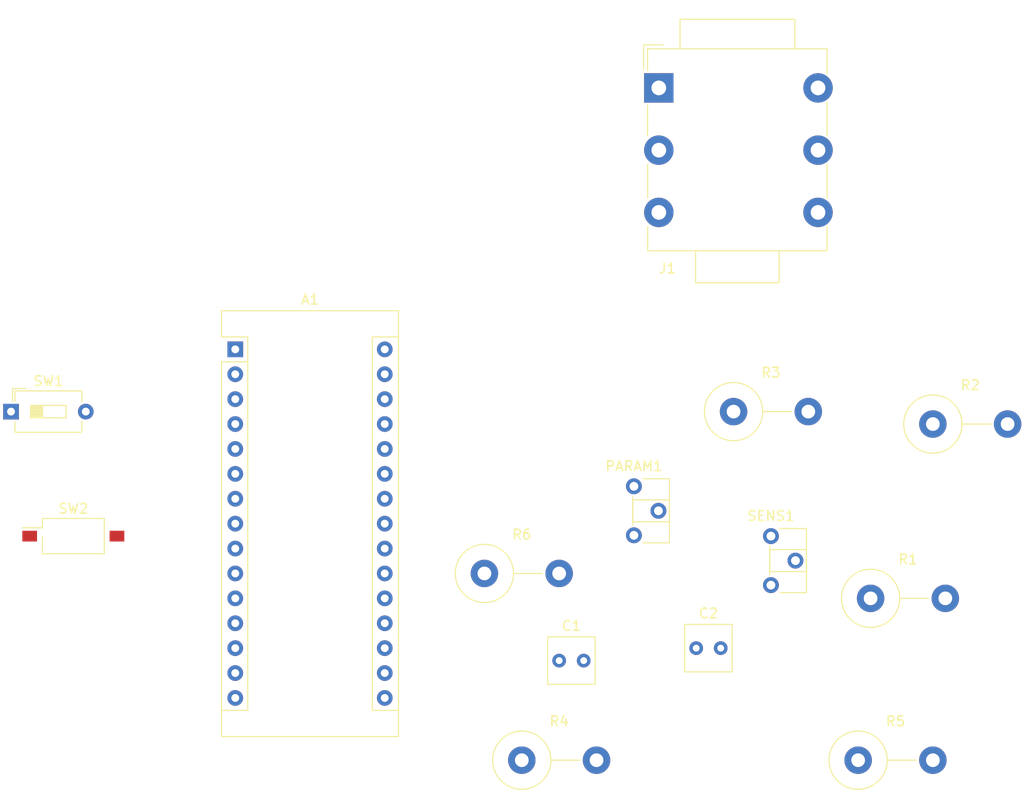
<source format=kicad_pcb>
(kicad_pcb (version 20171130) (host pcbnew "(5.0.0)")

  (general
    (thickness 1.6)
    (drawings 0)
    (tracks 0)
    (zones 0)
    (modules 14)
    (nets 35)
  )

  (page A4)
  (layers
    (0 F.Cu signal)
    (31 B.Cu signal)
    (32 B.Adhes user)
    (33 F.Adhes user)
    (34 B.Paste user)
    (35 F.Paste user)
    (36 B.SilkS user)
    (37 F.SilkS user)
    (38 B.Mask user)
    (39 F.Mask user)
    (40 Dwgs.User user)
    (41 Cmts.User user)
    (42 Eco1.User user)
    (43 Eco2.User user)
    (44 Edge.Cuts user)
    (45 Margin user)
    (46 B.CrtYd user)
    (47 F.CrtYd user)
    (48 B.Fab user)
    (49 F.Fab user)
  )

  (setup
    (last_trace_width 0.25)
    (trace_clearance 0.2)
    (zone_clearance 0.508)
    (zone_45_only no)
    (trace_min 0.2)
    (segment_width 0.2)
    (edge_width 0.15)
    (via_size 0.8)
    (via_drill 0.4)
    (via_min_size 0.4)
    (via_min_drill 0.3)
    (uvia_size 0.3)
    (uvia_drill 0.1)
    (uvias_allowed no)
    (uvia_min_size 0.2)
    (uvia_min_drill 0.1)
    (pcb_text_width 0.3)
    (pcb_text_size 1.5 1.5)
    (mod_edge_width 0.15)
    (mod_text_size 1 1)
    (mod_text_width 0.15)
    (pad_size 1.524 1.524)
    (pad_drill 0.762)
    (pad_to_mask_clearance 0.2)
    (aux_axis_origin 0 0)
    (visible_elements 7FFFFFFF)
    (pcbplotparams
      (layerselection 0x010fc_ffffffff)
      (usegerberextensions false)
      (usegerberattributes false)
      (usegerberadvancedattributes false)
      (creategerberjobfile false)
      (excludeedgelayer true)
      (linewidth 0.100000)
      (plotframeref false)
      (viasonmask false)
      (mode 1)
      (useauxorigin false)
      (hpglpennumber 1)
      (hpglpenspeed 20)
      (hpglpendiameter 15.000000)
      (psnegative false)
      (psa4output false)
      (plotreference true)
      (plotvalue true)
      (plotinvisibletext false)
      (padsonsilk false)
      (subtractmaskfromsilk false)
      (outputformat 1)
      (mirror false)
      (drillshape 1)
      (scaleselection 1)
      (outputdirectory ""))
  )

  (net 0 "")
  (net 1 "Net-(A1-Pad1)")
  (net 2 "Net-(A1-Pad17)")
  (net 3 "Net-(A1-Pad2)")
  (net 4 "Net-(A1-Pad18)")
  (net 5 "Net-(A1-Pad3)")
  (net 6 "Net-(A1-Pad19)")
  (net 7 "Net-(A1-Pad20)")
  (net 8 "Net-(A1-Pad5)")
  (net 9 "Net-(A1-Pad21)")
  (net 10 "Net-(A1-Pad6)")
  (net 11 "Net-(A1-Pad22)")
  (net 12 "Net-(A1-Pad7)")
  (net 13 "Net-(A1-Pad23)")
  (net 14 "Net-(A1-Pad8)")
  (net 15 "Net-(A1-Pad24)")
  (net 16 "Net-(A1-Pad9)")
  (net 17 "Net-(A1-Pad25)")
  (net 18 "Net-(A1-Pad10)")
  (net 19 "Net-(A1-Pad26)")
  (net 20 "Net-(A1-Pad11)")
  (net 21 "Net-(A1-Pad12)")
  (net 22 "Net-(A1-Pad28)")
  (net 23 "Net-(A1-Pad13)")
  (net 24 "Net-(A1-Pad14)")
  (net 25 "Net-(A1-Pad30)")
  (net 26 "Net-(A1-Pad15)")
  (net 27 "Net-(A1-Pad16)")
  (net 28 "Net-(R1-Pad2)")
  (net 29 GND)
  (net 30 "Net-(R3-Pad2)")
  (net 31 "Net-(C2-Pad1)")
  (net 32 "Net-(J1-PadS)")
  (net 33 "Net-(J1-PadT)")
  (net 34 +5V)

  (net_class Default "Это класс цепей по умолчанию."
    (clearance 0.2)
    (trace_width 0.25)
    (via_dia 0.8)
    (via_drill 0.4)
    (uvia_dia 0.3)
    (uvia_drill 0.1)
    (add_net +5V)
    (add_net GND)
    (add_net "Net-(A1-Pad1)")
    (add_net "Net-(A1-Pad10)")
    (add_net "Net-(A1-Pad11)")
    (add_net "Net-(A1-Pad12)")
    (add_net "Net-(A1-Pad13)")
    (add_net "Net-(A1-Pad14)")
    (add_net "Net-(A1-Pad15)")
    (add_net "Net-(A1-Pad16)")
    (add_net "Net-(A1-Pad17)")
    (add_net "Net-(A1-Pad18)")
    (add_net "Net-(A1-Pad19)")
    (add_net "Net-(A1-Pad2)")
    (add_net "Net-(A1-Pad20)")
    (add_net "Net-(A1-Pad21)")
    (add_net "Net-(A1-Pad22)")
    (add_net "Net-(A1-Pad23)")
    (add_net "Net-(A1-Pad24)")
    (add_net "Net-(A1-Pad25)")
    (add_net "Net-(A1-Pad26)")
    (add_net "Net-(A1-Pad28)")
    (add_net "Net-(A1-Pad3)")
    (add_net "Net-(A1-Pad30)")
    (add_net "Net-(A1-Pad5)")
    (add_net "Net-(A1-Pad6)")
    (add_net "Net-(A1-Pad7)")
    (add_net "Net-(A1-Pad8)")
    (add_net "Net-(A1-Pad9)")
    (add_net "Net-(C2-Pad1)")
    (add_net "Net-(J1-PadS)")
    (add_net "Net-(J1-PadT)")
    (add_net "Net-(R1-Pad2)")
    (add_net "Net-(R3-Pad2)")
  )

  (module Connector_Audio:Jack_3.5mm_Neutric_NMJ6HCD2_Horizontal (layer F.Cu) (tedit 5A29CBAF) (tstamp 5C0B89BB)
    (at 166.37 40.64)
    (descr "NMJ6HCD2, TRS 1/4\\\\\\\\\\\\\\\\ (http://www.neutrik.com/zoolu-website/media/download/2890/Drawing+NMJ6HCD2)")
    (tags "NMJ6HCD2 TRS stereo jack connector")
    (path /5BFDE0C4)
    (fp_text reference J1 (at 0.89 18.41) (layer F.SilkS)
      (effects (font (size 1 1) (thickness 0.15)))
    )
    (fp_text value AudioJack3_Ground (at 7.92 -8.12) (layer F.Fab)
      (effects (font (size 1 1) (thickness 0.15)))
    )
    (fp_text user %R (at 7.95 -2.9) (layer F.Fab)
      (effects (font (size 1 1) (thickness 0.15)))
    )
    (fp_line (start -1.55 -4.4) (end -1.55 -1.9) (layer F.SilkS) (width 0.12))
    (fp_line (start 0.45 -4.4) (end -1.55 -4.4) (layer F.SilkS) (width 0.12))
    (fp_line (start 0.5 0) (end -1.05 1.05) (layer F.Fab) (width 0.1))
    (fp_line (start -1.05 -1.3) (end 0.5 0) (layer F.Fab) (width 0.1))
    (fp_line (start 12.15 19.75) (end 12.15 16.5) (layer F.Fab) (width 0.1))
    (fp_line (start 3.85 19.75) (end 12.15 19.75) (layer F.Fab) (width 0.1))
    (fp_line (start 3.85 16.5) (end 3.85 19.75) (layer F.Fab) (width 0.1))
    (fp_line (start 13.75 -6.9) (end 13.75 -3.9) (layer F.Fab) (width 0.1))
    (fp_line (start 2.25 -6.9) (end 13.75 -6.9) (layer F.Fab) (width 0.1))
    (fp_line (start 2.25 -3.9) (end 2.25 -6.9) (layer F.Fab) (width 0.1))
    (fp_line (start -1.05 16.5) (end -1.05 -3.9) (layer F.Fab) (width 0.1))
    (fp_line (start 17.05 16.5) (end -1.05 16.5) (layer F.Fab) (width 0.1))
    (fp_line (start 17.05 -3.9) (end 17.05 16.5) (layer F.Fab) (width 0.1))
    (fp_line (start -1.05 -3.9) (end 17.05 -3.9) (layer F.Fab) (width 0.1))
    (fp_line (start -1.75 -7.25) (end -1.75 20.15) (layer F.CrtYd) (width 0.05))
    (fp_line (start -1.75 20.15) (end 17.95 20.15) (layer F.CrtYd) (width 0.05))
    (fp_line (start 17.95 20.15) (end 17.95 -7.25) (layer F.CrtYd) (width 0.05))
    (fp_line (start -1.75 -7.25) (end 17.95 -7.25) (layer F.CrtYd) (width 0.05))
    (fp_line (start 12.26 16.64) (end 12.26 19.86) (layer F.SilkS) (width 0.12))
    (fp_line (start 3.75 19.88) (end 12.23 19.88) (layer F.SilkS) (width 0.12))
    (fp_line (start 3.75 16.64) (end 3.75 19.86) (layer F.SilkS) (width 0.12))
    (fp_line (start 2.16 -7) (end 2.16 -4) (layer F.SilkS) (width 0.12))
    (fp_line (start 2.16 -7) (end 13.86 -7) (layer F.SilkS) (width 0.12))
    (fp_line (start 13.86 -7) (end 13.86 -4) (layer F.SilkS) (width 0.12))
    (fp_line (start -1.14 16.61) (end 17.15 16.61) (layer F.SilkS) (width 0.12))
    (fp_line (start 17.15 16.61) (end 17.15 14.16) (layer F.SilkS) (width 0.12))
    (fp_line (start -1.14 16.61) (end -1.14 14.16) (layer F.SilkS) (width 0.12))
    (fp_line (start -1.15 -1.75) (end -1.15 -4) (layer F.SilkS) (width 0.12))
    (fp_line (start -1.15 4.9) (end -1.15 1.75) (layer F.SilkS) (width 0.12))
    (fp_line (start -1.14 11.24) (end -1.14 7.81) (layer F.SilkS) (width 0.12))
    (fp_line (start 17.15 7.81) (end 17.15 11.24) (layer F.SilkS) (width 0.12))
    (fp_line (start 17.15 1.46) (end 17.15 4.89) (layer F.SilkS) (width 0.12))
    (fp_line (start 17.15 -4) (end 17.15 -1.45) (layer F.SilkS) (width 0.12))
    (fp_line (start -1.15 -4) (end 17.15 -4) (layer F.SilkS) (width 0.12))
    (pad 6 thru_hole circle (at 16.23 6.35) (size 3 3) (drill 1.5) (layers *.Cu *.Mask))
    (pad 5 thru_hole circle (at 16.23 12.7) (size 3 3) (drill 1.5) (layers *.Cu *.Mask))
    (pad 4 thru_hole circle (at 16.23 0) (size 3 3) (drill 1.5) (layers *.Cu *.Mask))
    (pad 3 thru_hole circle (at 0 6.35) (size 3 3) (drill 1.5) (layers *.Cu *.Mask))
    (pad 2 thru_hole circle (at 0 12.7) (size 3 3) (drill 1.5) (layers *.Cu *.Mask))
    (pad 1 thru_hole rect (at 0 0) (size 3 3) (drill 1.5) (layers *.Cu *.Mask))
    (model ${KISYS3DMOD}/Connector_Audio.3dshapes/Jack_3.5mm_Neutric_NMJ6HCD2_Horizontal.wrl
      (offset (xyz 8.127999877929687 4.317999935150147 0))
      (scale (xyz 0.39 0.39 0.39))
      (rotate (xyz -90 0 180))
    )
  )

  (module Button_Switch_SMD:SW_DIP_SPSTx01_Slide_Omron_A6S-110x_W8.9mm_P2.54mm (layer F.Cu) (tedit 5AC88315) (tstamp 5C0B60BA)
    (at 106.68 86.36)
    (descr "SMD 1x-dip-switch SPST Omron_A6S-110x, Slide, row spacing 8.9 mm (350 mils), body size  (see http://omronfs.omron.com/en_US/ecb/products/pdf/en-a6s.pdf)")
    (tags "SMD DIP Switch SPST Slide 8.9mm 350mil")
    (path /5BFDC802)
    (attr smd)
    (fp_text reference SW2 (at 0 -2.8) (layer F.SilkS)
      (effects (font (size 1 1) (thickness 0.15)))
    )
    (fp_text value COLOR1 (at 0 2.8) (layer F.Fab)
      (effects (font (size 1 1) (thickness 0.15)))
    )
    (fp_line (start -2.1 -1.74) (end 3.1 -1.74) (layer F.Fab) (width 0.1))
    (fp_line (start 3.1 -1.74) (end 3.1 1.74) (layer F.Fab) (width 0.1))
    (fp_line (start 3.1 1.74) (end -3.1 1.74) (layer F.Fab) (width 0.1))
    (fp_line (start -3.1 1.74) (end -3.1 -0.74) (layer F.Fab) (width 0.1))
    (fp_line (start -3.1 -0.74) (end -2.1 -1.74) (layer F.Fab) (width 0.1))
    (fp_line (start -1.5 -0.55) (end -1.5 0.55) (layer F.Fab) (width 0.1))
    (fp_line (start -1.5 0.55) (end 1.5 0.55) (layer F.Fab) (width 0.1))
    (fp_line (start 1.5 0.55) (end 1.5 -0.55) (layer F.Fab) (width 0.1))
    (fp_line (start 1.5 -0.55) (end -1.5 -0.55) (layer F.Fab) (width 0.1))
    (fp_line (start -1.5 -0.45) (end -0.5 -0.45) (layer F.Fab) (width 0.1))
    (fp_line (start -1.5 -0.35) (end -0.5 -0.35) (layer F.Fab) (width 0.1))
    (fp_line (start -1.5 -0.25) (end -0.5 -0.25) (layer F.Fab) (width 0.1))
    (fp_line (start -1.5 -0.15) (end -0.5 -0.15) (layer F.Fab) (width 0.1))
    (fp_line (start -1.5 -0.05) (end -0.5 -0.05) (layer F.Fab) (width 0.1))
    (fp_line (start -1.5 0.05) (end -0.5 0.05) (layer F.Fab) (width 0.1))
    (fp_line (start -1.5 0.15) (end -0.5 0.15) (layer F.Fab) (width 0.1))
    (fp_line (start -1.5 0.25) (end -0.5 0.25) (layer F.Fab) (width 0.1))
    (fp_line (start -1.5 0.35) (end -0.5 0.35) (layer F.Fab) (width 0.1))
    (fp_line (start -1.5 0.45) (end -0.5 0.45) (layer F.Fab) (width 0.1))
    (fp_line (start -1.5 0.55) (end -0.5 0.55) (layer F.Fab) (width 0.1))
    (fp_line (start -0.5 -0.55) (end -0.5 0.55) (layer F.Fab) (width 0.1))
    (fp_line (start -3.16 1.8) (end 3.16 1.8) (layer F.SilkS) (width 0.12))
    (fp_line (start -5.2 -0.851) (end -3.16 -0.851) (layer F.SilkS) (width 0.12))
    (fp_line (start -3.16 -1.8) (end -3.16 -0.851) (layer F.SilkS) (width 0.12))
    (fp_line (start -3.16 -1.8) (end 3.16 -1.8) (layer F.SilkS) (width 0.12))
    (fp_line (start 3.16 -1.8) (end 3.16 -0.061) (layer F.SilkS) (width 0.12))
    (fp_line (start -3.16 0.061) (end -3.16 1.8) (layer F.SilkS) (width 0.12))
    (fp_line (start 3.16 0.061) (end 3.16 1.8) (layer F.SilkS) (width 0.12))
    (fp_line (start -5.45 -2.05) (end -5.45 2.05) (layer F.CrtYd) (width 0.05))
    (fp_line (start -5.45 2.05) (end 5.45 2.05) (layer F.CrtYd) (width 0.05))
    (fp_line (start 5.45 2.05) (end 5.45 -2.05) (layer F.CrtYd) (width 0.05))
    (fp_line (start 5.45 -2.05) (end -5.45 -2.05) (layer F.CrtYd) (width 0.05))
    (fp_text user %R (at 2.3 0 90) (layer F.Fab)
      (effects (font (size 0.6 0.6) (thickness 0.09)))
    )
    (fp_text user on (at 0.075 -1.145) (layer F.Fab)
      (effects (font (size 0.6 0.6) (thickness 0.09)))
    )
    (pad 1 smd rect (at -4.45 0) (size 1.5 1.1) (layers F.Cu F.Paste F.Mask)
      (net 29 GND))
    (pad 2 smd rect (at 4.45 0) (size 1.5 1.1) (layers F.Cu F.Paste F.Mask)
      (net 10 "Net-(A1-Pad6)"))
    (model ${KISYS3DMOD}/Button_Switch_SMD.3dshapes/SW_DIP_SPSTx01_Slide_Omron_A6S-110x_W8.9mm_P2.54mm.wrl
      (at (xyz 0 0 0))
      (scale (xyz 1 1 1))
      (rotate (xyz 0 0 0))
    )
  )

  (module Button_Switch_THT:SW_DIP_SPSTx01_Slide_6.7x4.1mm_W7.62mm_P2.54mm_LowProfile (layer F.Cu) (tedit 5A4E1404) (tstamp 5C0B6092)
    (at 100.33 73.66)
    (descr "1x-dip-switch SPST , Slide, row spacing 7.62 mm (300 mils), body size 6.7x4.1mm (see e.g. https://www.ctscorp.com/wp-content/uploads/209-210.pdf), LowProfile")
    (tags "DIP Switch SPST Slide 7.62mm 300mil LowProfile")
    (path /5BFDBAA2)
    (fp_text reference SW1 (at 3.81 -3.11) (layer F.SilkS)
      (effects (font (size 1 1) (thickness 0.15)))
    )
    (fp_text value PATTERN1 (at 3.81 3.11) (layer F.Fab)
      (effects (font (size 1 1) (thickness 0.15)))
    )
    (fp_line (start 1.46 -2.05) (end 7.16 -2.05) (layer F.Fab) (width 0.1))
    (fp_line (start 7.16 -2.05) (end 7.16 2.05) (layer F.Fab) (width 0.1))
    (fp_line (start 7.16 2.05) (end 0.46 2.05) (layer F.Fab) (width 0.1))
    (fp_line (start 0.46 2.05) (end 0.46 -1.05) (layer F.Fab) (width 0.1))
    (fp_line (start 0.46 -1.05) (end 1.46 -2.05) (layer F.Fab) (width 0.1))
    (fp_line (start 2 -0.635) (end 2 0.635) (layer F.Fab) (width 0.1))
    (fp_line (start 2 0.635) (end 5.62 0.635) (layer F.Fab) (width 0.1))
    (fp_line (start 5.62 0.635) (end 5.62 -0.635) (layer F.Fab) (width 0.1))
    (fp_line (start 5.62 -0.635) (end 2 -0.635) (layer F.Fab) (width 0.1))
    (fp_line (start 2 -0.535) (end 3.206667 -0.535) (layer F.Fab) (width 0.1))
    (fp_line (start 2 -0.435) (end 3.206667 -0.435) (layer F.Fab) (width 0.1))
    (fp_line (start 2 -0.335) (end 3.206667 -0.335) (layer F.Fab) (width 0.1))
    (fp_line (start 2 -0.235) (end 3.206667 -0.235) (layer F.Fab) (width 0.1))
    (fp_line (start 2 -0.135) (end 3.206667 -0.135) (layer F.Fab) (width 0.1))
    (fp_line (start 2 -0.035) (end 3.206667 -0.035) (layer F.Fab) (width 0.1))
    (fp_line (start 2 0.065) (end 3.206667 0.065) (layer F.Fab) (width 0.1))
    (fp_line (start 2 0.165) (end 3.206667 0.165) (layer F.Fab) (width 0.1))
    (fp_line (start 2 0.265) (end 3.206667 0.265) (layer F.Fab) (width 0.1))
    (fp_line (start 2 0.365) (end 3.206667 0.365) (layer F.Fab) (width 0.1))
    (fp_line (start 2 0.465) (end 3.206667 0.465) (layer F.Fab) (width 0.1))
    (fp_line (start 2 0.565) (end 3.206667 0.565) (layer F.Fab) (width 0.1))
    (fp_line (start 3.206667 -0.635) (end 3.206667 0.635) (layer F.Fab) (width 0.1))
    (fp_line (start 0.4 -2.11) (end 7.221 -2.11) (layer F.SilkS) (width 0.12))
    (fp_line (start 0.4 2.11) (end 7.221 2.11) (layer F.SilkS) (width 0.12))
    (fp_line (start 0.4 -2.11) (end 0.4 -1.04) (layer F.SilkS) (width 0.12))
    (fp_line (start 0.4 1.04) (end 0.4 2.11) (layer F.SilkS) (width 0.12))
    (fp_line (start 7.221 -2.11) (end 7.221 -0.99) (layer F.SilkS) (width 0.12))
    (fp_line (start 7.221 0.99) (end 7.221 2.11) (layer F.SilkS) (width 0.12))
    (fp_line (start 0.16 -2.35) (end 1.543 -2.35) (layer F.SilkS) (width 0.12))
    (fp_line (start 0.16 -2.35) (end 0.16 -1.04) (layer F.SilkS) (width 0.12))
    (fp_line (start 2 -0.635) (end 2 0.635) (layer F.SilkS) (width 0.12))
    (fp_line (start 2 0.635) (end 5.62 0.635) (layer F.SilkS) (width 0.12))
    (fp_line (start 5.62 0.635) (end 5.62 -0.635) (layer F.SilkS) (width 0.12))
    (fp_line (start 5.62 -0.635) (end 2 -0.635) (layer F.SilkS) (width 0.12))
    (fp_line (start 2 -0.515) (end 3.206667 -0.515) (layer F.SilkS) (width 0.12))
    (fp_line (start 2 -0.395) (end 3.206667 -0.395) (layer F.SilkS) (width 0.12))
    (fp_line (start 2 -0.275) (end 3.206667 -0.275) (layer F.SilkS) (width 0.12))
    (fp_line (start 2 -0.155) (end 3.206667 -0.155) (layer F.SilkS) (width 0.12))
    (fp_line (start 2 -0.035) (end 3.206667 -0.035) (layer F.SilkS) (width 0.12))
    (fp_line (start 2 0.085) (end 3.206667 0.085) (layer F.SilkS) (width 0.12))
    (fp_line (start 2 0.205) (end 3.206667 0.205) (layer F.SilkS) (width 0.12))
    (fp_line (start 2 0.325) (end 3.206667 0.325) (layer F.SilkS) (width 0.12))
    (fp_line (start 2 0.445) (end 3.206667 0.445) (layer F.SilkS) (width 0.12))
    (fp_line (start 2 0.565) (end 3.206667 0.565) (layer F.SilkS) (width 0.12))
    (fp_line (start 3.206667 -0.635) (end 3.206667 0.635) (layer F.SilkS) (width 0.12))
    (fp_line (start -1.1 -2.4) (end -1.1 2.4) (layer F.CrtYd) (width 0.05))
    (fp_line (start -1.1 2.4) (end 8.7 2.4) (layer F.CrtYd) (width 0.05))
    (fp_line (start 8.7 2.4) (end 8.7 -2.4) (layer F.CrtYd) (width 0.05))
    (fp_line (start 8.7 -2.4) (end -1.1 -2.4) (layer F.CrtYd) (width 0.05))
    (fp_text user %R (at 6.39 0 90) (layer F.Fab)
      (effects (font (size 0.6 0.6) (thickness 0.09)))
    )
    (fp_text user on (at 4.485 -1.3425) (layer F.Fab)
      (effects (font (size 0.6 0.6) (thickness 0.09)))
    )
    (pad 1 thru_hole rect (at 0 0) (size 1.6 1.6) (drill 0.8) (layers *.Cu *.Mask)
      (net 29 GND))
    (pad 2 thru_hole oval (at 7.62 0) (size 1.6 1.6) (drill 0.8) (layers *.Cu *.Mask)
      (net 8 "Net-(A1-Pad5)"))
    (model ${KISYS3DMOD}/Button_Switch_THT.3dshapes/SW_DIP_SPSTx01_Slide_6.7x4.1mm_W7.62mm_P2.54mm_LowProfile.wrl
      (at (xyz 0 0 0))
      (scale (xyz 1 1 1))
      (rotate (xyz 0 0 90))
    )
  )

  (module Capacitor_THT:C_Rect_L4.6mm_W4.6mm_P2.50mm_MKS02_FKP02 (layer F.Cu) (tedit 5AE50EF0) (tstamp 5C0B6059)
    (at 170.18 97.79)
    (descr "C, Rect series, Radial, pin pitch=2.50mm, , length*width=4.6*4.6mm^2, Capacitor, http://www.wima.de/DE/WIMA_MKS_02.pdf")
    (tags "C Rect series Radial pin pitch 2.50mm  length 4.6mm width 4.6mm Capacitor")
    (path /5BFDD4F8)
    (fp_text reference C2 (at 1.25 -3.55) (layer F.SilkS)
      (effects (font (size 1 1) (thickness 0.15)))
    )
    (fp_text value 10мкФ (at 1.25 3.55) (layer F.Fab)
      (effects (font (size 1 1) (thickness 0.15)))
    )
    (fp_text user %R (at 1.25 0) (layer F.Fab)
      (effects (font (size 0.92 0.92) (thickness 0.138)))
    )
    (fp_line (start 3.8 -2.55) (end -1.3 -2.55) (layer F.CrtYd) (width 0.05))
    (fp_line (start 3.8 2.55) (end 3.8 -2.55) (layer F.CrtYd) (width 0.05))
    (fp_line (start -1.3 2.55) (end 3.8 2.55) (layer F.CrtYd) (width 0.05))
    (fp_line (start -1.3 -2.55) (end -1.3 2.55) (layer F.CrtYd) (width 0.05))
    (fp_line (start 3.67 -2.42) (end 3.67 2.42) (layer F.SilkS) (width 0.12))
    (fp_line (start -1.17 -2.42) (end -1.17 2.42) (layer F.SilkS) (width 0.12))
    (fp_line (start -1.17 2.42) (end 3.67 2.42) (layer F.SilkS) (width 0.12))
    (fp_line (start -1.17 -2.42) (end 3.67 -2.42) (layer F.SilkS) (width 0.12))
    (fp_line (start 3.55 -2.3) (end -1.05 -2.3) (layer F.Fab) (width 0.1))
    (fp_line (start 3.55 2.3) (end 3.55 -2.3) (layer F.Fab) (width 0.1))
    (fp_line (start -1.05 2.3) (end 3.55 2.3) (layer F.Fab) (width 0.1))
    (fp_line (start -1.05 -2.3) (end -1.05 2.3) (layer F.Fab) (width 0.1))
    (pad 2 thru_hole circle (at 2.5 0) (size 1.4 1.4) (drill 0.7) (layers *.Cu *.Mask)
      (net 6 "Net-(A1-Pad19)"))
    (pad 1 thru_hole circle (at 0 0) (size 1.4 1.4) (drill 0.7) (layers *.Cu *.Mask)
      (net 31 "Net-(C2-Pad1)"))
    (model ${KISYS3DMOD}/Capacitor_THT.3dshapes/C_Rect_L4.6mm_W4.6mm_P2.50mm_MKS02_FKP02.wrl
      (at (xyz 0 0 0))
      (scale (xyz 1 1 1))
      (rotate (xyz 0 0 0))
    )
  )

  (module Capacitor_THT:C_Rect_L4.6mm_W4.6mm_P2.50mm_MKS02_FKP02 (layer F.Cu) (tedit 5AE50EF0) (tstamp 5C0B6046)
    (at 156.21 99.06)
    (descr "C, Rect series, Radial, pin pitch=2.50mm, , length*width=4.6*4.6mm^2, Capacitor, http://www.wima.de/DE/WIMA_MKS_02.pdf")
    (tags "C Rect series Radial pin pitch 2.50mm  length 4.6mm width 4.6mm Capacitor")
    (path /5BFDC0DD)
    (fp_text reference C1 (at 1.25 -3.55) (layer F.SilkS)
      (effects (font (size 1 1) (thickness 0.15)))
    )
    (fp_text value 0.1мкФ (at 1.25 3.55) (layer F.Fab)
      (effects (font (size 1 1) (thickness 0.15)))
    )
    (fp_line (start -1.05 -2.3) (end -1.05 2.3) (layer F.Fab) (width 0.1))
    (fp_line (start -1.05 2.3) (end 3.55 2.3) (layer F.Fab) (width 0.1))
    (fp_line (start 3.55 2.3) (end 3.55 -2.3) (layer F.Fab) (width 0.1))
    (fp_line (start 3.55 -2.3) (end -1.05 -2.3) (layer F.Fab) (width 0.1))
    (fp_line (start -1.17 -2.42) (end 3.67 -2.42) (layer F.SilkS) (width 0.12))
    (fp_line (start -1.17 2.42) (end 3.67 2.42) (layer F.SilkS) (width 0.12))
    (fp_line (start -1.17 -2.42) (end -1.17 2.42) (layer F.SilkS) (width 0.12))
    (fp_line (start 3.67 -2.42) (end 3.67 2.42) (layer F.SilkS) (width 0.12))
    (fp_line (start -1.3 -2.55) (end -1.3 2.55) (layer F.CrtYd) (width 0.05))
    (fp_line (start -1.3 2.55) (end 3.8 2.55) (layer F.CrtYd) (width 0.05))
    (fp_line (start 3.8 2.55) (end 3.8 -2.55) (layer F.CrtYd) (width 0.05))
    (fp_line (start 3.8 -2.55) (end -1.3 -2.55) (layer F.CrtYd) (width 0.05))
    (fp_text user %R (at 1.25 0) (layer F.Fab)
      (effects (font (size 0.92 0.92) (thickness 0.138)))
    )
    (pad 1 thru_hole circle (at 0 0) (size 1.4 1.4) (drill 0.7) (layers *.Cu *.Mask)
      (net 6 "Net-(A1-Pad19)"))
    (pad 2 thru_hole circle (at 2.5 0) (size 1.4 1.4) (drill 0.7) (layers *.Cu *.Mask)
      (net 29 GND))
    (model ${KISYS3DMOD}/Capacitor_THT.3dshapes/C_Rect_L4.6mm_W4.6mm_P2.50mm_MKS02_FKP02.wrl
      (at (xyz 0 0 0))
      (scale (xyz 1 1 1))
      (rotate (xyz 0 0 0))
    )
  )

  (module Potentiometer_THT:Potentiometer_ACP_CA6-H2,5_Horizontal (layer F.Cu) (tedit 5A3D4994) (tstamp 5C0B5F9D)
    (at 177.8 86.36)
    (descr "Potentiometer, horizontal, ACP CA6-H2,5, http://www.acptechnologies.com/wp-content/uploads/2017/06/01-ACP-CA6.pdf")
    (tags "Potentiometer horizontal ACP CA6-H2,5")
    (path /5BFDF2BA)
    (fp_text reference SENS1 (at 0 -2.06) (layer F.SilkS)
      (effects (font (size 1 1) (thickness 0.15)))
    )
    (fp_text value 10K (at 0 7.06) (layer F.Fab)
      (effects (font (size 1 1) (thickness 0.15)))
    )
    (fp_text user %R (at 1.75 2.5) (layer F.Fab)
      (effects (font (size 0.78 0.78) (thickness 0.15)))
    )
    (fp_line (start 3.75 -1.1) (end -1.1 -1.1) (layer F.CrtYd) (width 0.05))
    (fp_line (start 3.75 6.1) (end 3.75 -1.1) (layer F.CrtYd) (width 0.05))
    (fp_line (start -1.1 6.1) (end 3.75 6.1) (layer F.CrtYd) (width 0.05))
    (fp_line (start -1.1 -1.1) (end -1.1 6.1) (layer F.CrtYd) (width 0.05))
    (fp_line (start 3.62 1.38) (end 3.62 3.62) (layer F.SilkS) (width 0.12))
    (fp_line (start -0.121 1.38) (end -0.121 3.62) (layer F.SilkS) (width 0.12))
    (fp_line (start -0.121 3.62) (end 3.62 3.62) (layer F.SilkS) (width 0.12))
    (fp_line (start -0.121 1.38) (end 3.62 1.38) (layer F.SilkS) (width 0.12))
    (fp_line (start -0.121 1.066) (end -0.121 3.935) (layer F.SilkS) (width 0.12))
    (fp_line (start 3.62 -0.77) (end 3.62 5.77) (layer F.SilkS) (width 0.12))
    (fp_line (start 0.925 5.77) (end 3.62 5.77) (layer F.SilkS) (width 0.12))
    (fp_line (start 0.925 -0.77) (end 3.62 -0.77) (layer F.SilkS) (width 0.12))
    (fp_line (start 3.5 1.5) (end 0 1.5) (layer F.Fab) (width 0.1))
    (fp_line (start 3.5 3.5) (end 3.5 1.5) (layer F.Fab) (width 0.1))
    (fp_line (start 0 3.5) (end 3.5 3.5) (layer F.Fab) (width 0.1))
    (fp_line (start 0 1.5) (end 0 3.5) (layer F.Fab) (width 0.1))
    (fp_line (start 0 -0.65) (end 3.5 -0.65) (layer F.Fab) (width 0.1))
    (fp_line (start 0 5.65) (end 0 -0.65) (layer F.Fab) (width 0.1))
    (fp_line (start 3.5 5.65) (end 0 5.65) (layer F.Fab) (width 0.1))
    (fp_line (start 3.5 -0.65) (end 3.5 5.65) (layer F.Fab) (width 0.1))
    (pad 1 thru_hole circle (at 0 0) (size 1.62 1.62) (drill 0.9) (layers *.Cu *.Mask)
      (net 30 "Net-(R3-Pad2)"))
    (pad 2 thru_hole circle (at 2.5 2.5) (size 1.62 1.62) (drill 0.9) (layers *.Cu *.Mask)
      (net 28 "Net-(R1-Pad2)"))
    (pad 3 thru_hole circle (at 0 5) (size 1.62 1.62) (drill 0.9) (layers *.Cu *.Mask)
      (net 34 +5V))
    (model ${KISYS3DMOD}/Potentiometer_THT.3dshapes/Potentiometer_ACP_CA6-H2,5_Horizontal.wrl
      (at (xyz 0 0 0))
      (scale (xyz 1 1 1))
      (rotate (xyz 0 0 0))
    )
  )

  (module Potentiometer_THT:Potentiometer_ACP_CA6-H2,5_Horizontal (layer F.Cu) (tedit 5A3D4994) (tstamp 5C0B5F81)
    (at 163.83 81.28)
    (descr "Potentiometer, horizontal, ACP CA6-H2,5, http://www.acptechnologies.com/wp-content/uploads/2017/06/01-ACP-CA6.pdf")
    (tags "Potentiometer horizontal ACP CA6-H2,5")
    (path /5BFE2095)
    (fp_text reference PARAM1 (at 0 -2.06) (layer F.SilkS)
      (effects (font (size 1 1) (thickness 0.15)))
    )
    (fp_text value 10K (at 0 7.06) (layer F.Fab)
      (effects (font (size 1 1) (thickness 0.15)))
    )
    (fp_line (start 3.5 -0.65) (end 3.5 5.65) (layer F.Fab) (width 0.1))
    (fp_line (start 3.5 5.65) (end 0 5.65) (layer F.Fab) (width 0.1))
    (fp_line (start 0 5.65) (end 0 -0.65) (layer F.Fab) (width 0.1))
    (fp_line (start 0 -0.65) (end 3.5 -0.65) (layer F.Fab) (width 0.1))
    (fp_line (start 0 1.5) (end 0 3.5) (layer F.Fab) (width 0.1))
    (fp_line (start 0 3.5) (end 3.5 3.5) (layer F.Fab) (width 0.1))
    (fp_line (start 3.5 3.5) (end 3.5 1.5) (layer F.Fab) (width 0.1))
    (fp_line (start 3.5 1.5) (end 0 1.5) (layer F.Fab) (width 0.1))
    (fp_line (start 0.925 -0.77) (end 3.62 -0.77) (layer F.SilkS) (width 0.12))
    (fp_line (start 0.925 5.77) (end 3.62 5.77) (layer F.SilkS) (width 0.12))
    (fp_line (start 3.62 -0.77) (end 3.62 5.77) (layer F.SilkS) (width 0.12))
    (fp_line (start -0.121 1.066) (end -0.121 3.935) (layer F.SilkS) (width 0.12))
    (fp_line (start -0.121 1.38) (end 3.62 1.38) (layer F.SilkS) (width 0.12))
    (fp_line (start -0.121 3.62) (end 3.62 3.62) (layer F.SilkS) (width 0.12))
    (fp_line (start -0.121 1.38) (end -0.121 3.62) (layer F.SilkS) (width 0.12))
    (fp_line (start 3.62 1.38) (end 3.62 3.62) (layer F.SilkS) (width 0.12))
    (fp_line (start -1.1 -1.1) (end -1.1 6.1) (layer F.CrtYd) (width 0.05))
    (fp_line (start -1.1 6.1) (end 3.75 6.1) (layer F.CrtYd) (width 0.05))
    (fp_line (start 3.75 6.1) (end 3.75 -1.1) (layer F.CrtYd) (width 0.05))
    (fp_line (start 3.75 -1.1) (end -1.1 -1.1) (layer F.CrtYd) (width 0.05))
    (fp_text user %R (at 1.75 2.5) (layer F.Fab)
      (effects (font (size 0.78 0.78) (thickness 0.15)))
    )
    (pad 3 thru_hole circle (at 0 5) (size 1.62 1.62) (drill 0.9) (layers *.Cu *.Mask)
      (net 34 +5V))
    (pad 2 thru_hole circle (at 2.5 2.5) (size 1.62 1.62) (drill 0.9) (layers *.Cu *.Mask)
      (net 7 "Net-(A1-Pad20)"))
    (pad 1 thru_hole circle (at 0 0) (size 1.62 1.62) (drill 0.9) (layers *.Cu *.Mask)
      (net 29 GND))
    (model ${KISYS3DMOD}/Potentiometer_THT.3dshapes/Potentiometer_ACP_CA6-H2,5_Horizontal.wrl
      (at (xyz 0 0 0))
      (scale (xyz 1 1 1))
      (rotate (xyz 0 0 0))
    )
  )

  (module Resistor_THT:R_Axial_DIN0614_L14.3mm_D5.7mm_P7.62mm_Vertical (layer F.Cu) (tedit 5AE5139B) (tstamp 5C0B5F65)
    (at 148.59 90.17)
    (descr "Resistor, Axial_DIN0614 series, Axial, Vertical, pin pitch=7.62mm, 1.5W, length*diameter=14.3*5.7mm^2")
    (tags "Resistor Axial_DIN0614 series Axial Vertical pin pitch 7.62mm 1.5W length 14.3mm diameter 5.7mm")
    (path /5BFDBED0)
    (fp_text reference R6 (at 3.81 -3.97) (layer F.SilkS)
      (effects (font (size 1 1) (thickness 0.15)))
    )
    (fp_text value 2K (at 3.81 3.97) (layer F.Fab)
      (effects (font (size 1 1) (thickness 0.15)))
    )
    (fp_text user %R (at 3.81 -3.97) (layer F.Fab)
      (effects (font (size 1 1) (thickness 0.15)))
    )
    (fp_line (start 9.28 -3.1) (end -3.1 -3.1) (layer F.CrtYd) (width 0.05))
    (fp_line (start 9.28 3.1) (end 9.28 -3.1) (layer F.CrtYd) (width 0.05))
    (fp_line (start -3.1 3.1) (end 9.28 3.1) (layer F.CrtYd) (width 0.05))
    (fp_line (start -3.1 -3.1) (end -3.1 3.1) (layer F.CrtYd) (width 0.05))
    (fp_line (start 2.97 0) (end 5.92 0) (layer F.SilkS) (width 0.12))
    (fp_line (start 0 0) (end 7.62 0) (layer F.Fab) (width 0.1))
    (fp_circle (center 0 0) (end 2.97 0) (layer F.SilkS) (width 0.12))
    (fp_circle (center 0 0) (end 2.85 0) (layer F.Fab) (width 0.1))
    (pad 2 thru_hole oval (at 7.62 0) (size 2.8 2.8) (drill 1.4) (layers *.Cu *.Mask)
      (net 4 "Net-(A1-Pad18)"))
    (pad 1 thru_hole circle (at 0 0) (size 2.8 2.8) (drill 1.4) (layers *.Cu *.Mask)
      (net 28 "Net-(R1-Pad2)"))
    (model ${KISYS3DMOD}/Resistor_THT.3dshapes/R_Axial_DIN0614_L14.3mm_D5.7mm_P7.62mm_Vertical.wrl
      (at (xyz 0 0 0))
      (scale (xyz 1 1 1))
      (rotate (xyz 0 0 0))
    )
  )

  (module Resistor_THT:R_Axial_DIN0614_L14.3mm_D5.7mm_P7.62mm_Vertical (layer F.Cu) (tedit 5AE5139B) (tstamp 5C0B5F56)
    (at 186.69 109.22)
    (descr "Resistor, Axial_DIN0614 series, Axial, Vertical, pin pitch=7.62mm, 1.5W, length*diameter=14.3*5.7mm^2")
    (tags "Resistor Axial_DIN0614 series Axial Vertical pin pitch 7.62mm 1.5W length 14.3mm diameter 5.7mm")
    (path /5BFDDF3D)
    (fp_text reference R5 (at 3.81 -3.97) (layer F.SilkS)
      (effects (font (size 1 1) (thickness 0.15)))
    )
    (fp_text value 4.7K (at 3.81 3.97) (layer F.Fab)
      (effects (font (size 1 1) (thickness 0.15)))
    )
    (fp_text user %R (at 3.81 -3.97) (layer F.Fab)
      (effects (font (size 1 1) (thickness 0.15)))
    )
    (fp_line (start 9.28 -3.1) (end -3.1 -3.1) (layer F.CrtYd) (width 0.05))
    (fp_line (start 9.28 3.1) (end 9.28 -3.1) (layer F.CrtYd) (width 0.05))
    (fp_line (start -3.1 3.1) (end 9.28 3.1) (layer F.CrtYd) (width 0.05))
    (fp_line (start -3.1 -3.1) (end -3.1 3.1) (layer F.CrtYd) (width 0.05))
    (fp_line (start 2.97 0) (end 5.92 0) (layer F.SilkS) (width 0.12))
    (fp_line (start 0 0) (end 7.62 0) (layer F.Fab) (width 0.1))
    (fp_circle (center 0 0) (end 2.97 0) (layer F.SilkS) (width 0.12))
    (fp_circle (center 0 0) (end 2.85 0) (layer F.Fab) (width 0.1))
    (pad 2 thru_hole oval (at 7.62 0) (size 2.8 2.8) (drill 1.4) (layers *.Cu *.Mask)
      (net 31 "Net-(C2-Pad1)"))
    (pad 1 thru_hole circle (at 0 0) (size 2.8 2.8) (drill 1.4) (layers *.Cu *.Mask)
      (net 33 "Net-(J1-PadT)"))
    (model ${KISYS3DMOD}/Resistor_THT.3dshapes/R_Axial_DIN0614_L14.3mm_D5.7mm_P7.62mm_Vertical.wrl
      (at (xyz 0 0 0))
      (scale (xyz 1 1 1))
      (rotate (xyz 0 0 0))
    )
  )

  (module Resistor_THT:R_Axial_DIN0614_L14.3mm_D5.7mm_P7.62mm_Vertical (layer F.Cu) (tedit 5AE5139B) (tstamp 5C0B5F47)
    (at 152.4 109.22)
    (descr "Resistor, Axial_DIN0614 series, Axial, Vertical, pin pitch=7.62mm, 1.5W, length*diameter=14.3*5.7mm^2")
    (tags "Resistor Axial_DIN0614 series Axial Vertical pin pitch 7.62mm 1.5W length 14.3mm diameter 5.7mm")
    (path /5BFDDEA9)
    (fp_text reference R4 (at 3.81 -3.97) (layer F.SilkS)
      (effects (font (size 1 1) (thickness 0.15)))
    )
    (fp_text value 4.7K (at 3.81 3.97) (layer F.Fab)
      (effects (font (size 1 1) (thickness 0.15)))
    )
    (fp_text user %R (at 3.81 -3.97) (layer F.Fab)
      (effects (font (size 1 1) (thickness 0.15)))
    )
    (fp_line (start 9.28 -3.1) (end -3.1 -3.1) (layer F.CrtYd) (width 0.05))
    (fp_line (start 9.28 3.1) (end 9.28 -3.1) (layer F.CrtYd) (width 0.05))
    (fp_line (start -3.1 3.1) (end 9.28 3.1) (layer F.CrtYd) (width 0.05))
    (fp_line (start -3.1 -3.1) (end -3.1 3.1) (layer F.CrtYd) (width 0.05))
    (fp_line (start 2.97 0) (end 5.92 0) (layer F.SilkS) (width 0.12))
    (fp_line (start 0 0) (end 7.62 0) (layer F.Fab) (width 0.1))
    (fp_circle (center 0 0) (end 2.97 0) (layer F.SilkS) (width 0.12))
    (fp_circle (center 0 0) (end 2.85 0) (layer F.Fab) (width 0.1))
    (pad 2 thru_hole oval (at 7.62 0) (size 2.8 2.8) (drill 1.4) (layers *.Cu *.Mask)
      (net 31 "Net-(C2-Pad1)"))
    (pad 1 thru_hole circle (at 0 0) (size 2.8 2.8) (drill 1.4) (layers *.Cu *.Mask)
      (net 32 "Net-(J1-PadS)"))
    (model ${KISYS3DMOD}/Resistor_THT.3dshapes/R_Axial_DIN0614_L14.3mm_D5.7mm_P7.62mm_Vertical.wrl
      (at (xyz 0 0 0))
      (scale (xyz 1 1 1))
      (rotate (xyz 0 0 0))
    )
  )

  (module Resistor_THT:R_Axial_DIN0614_L14.3mm_D5.7mm_P7.62mm_Vertical (layer F.Cu) (tedit 5AE5139B) (tstamp 5C0B5F38)
    (at 173.99 73.66)
    (descr "Resistor, Axial_DIN0614 series, Axial, Vertical, pin pitch=7.62mm, 1.5W, length*diameter=14.3*5.7mm^2")
    (tags "Resistor Axial_DIN0614 series Axial Vertical pin pitch 7.62mm 1.5W length 14.3mm diameter 5.7mm")
    (path /5BFE0990)
    (fp_text reference R3 (at 3.81 -3.97) (layer F.SilkS)
      (effects (font (size 1 1) (thickness 0.15)))
    )
    (fp_text value 2K (at 3.81 3.97) (layer F.Fab)
      (effects (font (size 1 1) (thickness 0.15)))
    )
    (fp_circle (center 0 0) (end 2.85 0) (layer F.Fab) (width 0.1))
    (fp_circle (center 0 0) (end 2.97 0) (layer F.SilkS) (width 0.12))
    (fp_line (start 0 0) (end 7.62 0) (layer F.Fab) (width 0.1))
    (fp_line (start 2.97 0) (end 5.92 0) (layer F.SilkS) (width 0.12))
    (fp_line (start -3.1 -3.1) (end -3.1 3.1) (layer F.CrtYd) (width 0.05))
    (fp_line (start -3.1 3.1) (end 9.28 3.1) (layer F.CrtYd) (width 0.05))
    (fp_line (start 9.28 3.1) (end 9.28 -3.1) (layer F.CrtYd) (width 0.05))
    (fp_line (start 9.28 -3.1) (end -3.1 -3.1) (layer F.CrtYd) (width 0.05))
    (fp_text user %R (at 3.81 -3.97) (layer F.Fab)
      (effects (font (size 1 1) (thickness 0.15)))
    )
    (pad 1 thru_hole circle (at 0 0) (size 2.8 2.8) (drill 1.4) (layers *.Cu *.Mask)
      (net 29 GND))
    (pad 2 thru_hole oval (at 7.62 0) (size 2.8 2.8) (drill 1.4) (layers *.Cu *.Mask)
      (net 30 "Net-(R3-Pad2)"))
    (model ${KISYS3DMOD}/Resistor_THT.3dshapes/R_Axial_DIN0614_L14.3mm_D5.7mm_P7.62mm_Vertical.wrl
      (at (xyz 0 0 0))
      (scale (xyz 1 1 1))
      (rotate (xyz 0 0 0))
    )
  )

  (module Resistor_THT:R_Axial_DIN0614_L14.3mm_D5.7mm_P7.62mm_Vertical (layer F.Cu) (tedit 5AE5139B) (tstamp 5C0B5F29)
    (at 194.31 74.93)
    (descr "Resistor, Axial_DIN0614 series, Axial, Vertical, pin pitch=7.62mm, 1.5W, length*diameter=14.3*5.7mm^2")
    (tags "Resistor Axial_DIN0614 series Axial Vertical pin pitch 7.62mm 1.5W length 14.3mm diameter 5.7mm")
    (path /5BFDD2CB)
    (fp_text reference R2 (at 3.81 -3.97) (layer F.SilkS)
      (effects (font (size 1 1) (thickness 0.15)))
    )
    (fp_text value 100K (at 3.81 3.97) (layer F.Fab)
      (effects (font (size 1 1) (thickness 0.15)))
    )
    (fp_text user %R (at 3.81 -3.97) (layer F.Fab)
      (effects (font (size 1 1) (thickness 0.15)))
    )
    (fp_line (start 9.28 -3.1) (end -3.1 -3.1) (layer F.CrtYd) (width 0.05))
    (fp_line (start 9.28 3.1) (end 9.28 -3.1) (layer F.CrtYd) (width 0.05))
    (fp_line (start -3.1 3.1) (end 9.28 3.1) (layer F.CrtYd) (width 0.05))
    (fp_line (start -3.1 -3.1) (end -3.1 3.1) (layer F.CrtYd) (width 0.05))
    (fp_line (start 2.97 0) (end 5.92 0) (layer F.SilkS) (width 0.12))
    (fp_line (start 0 0) (end 7.62 0) (layer F.Fab) (width 0.1))
    (fp_circle (center 0 0) (end 2.97 0) (layer F.SilkS) (width 0.12))
    (fp_circle (center 0 0) (end 2.85 0) (layer F.Fab) (width 0.1))
    (pad 2 thru_hole oval (at 7.62 0) (size 2.8 2.8) (drill 1.4) (layers *.Cu *.Mask)
      (net 6 "Net-(A1-Pad19)"))
    (pad 1 thru_hole circle (at 0 0) (size 2.8 2.8) (drill 1.4) (layers *.Cu *.Mask)
      (net 29 GND))
    (model ${KISYS3DMOD}/Resistor_THT.3dshapes/R_Axial_DIN0614_L14.3mm_D5.7mm_P7.62mm_Vertical.wrl
      (at (xyz 0 0 0))
      (scale (xyz 1 1 1))
      (rotate (xyz 0 0 0))
    )
  )

  (module Resistor_THT:R_Axial_DIN0614_L14.3mm_D5.7mm_P7.62mm_Vertical (layer F.Cu) (tedit 5AE5139B) (tstamp 5C0B5F1A)
    (at 187.96 92.71)
    (descr "Resistor, Axial_DIN0614 series, Axial, Vertical, pin pitch=7.62mm, 1.5W, length*diameter=14.3*5.7mm^2")
    (tags "Resistor Axial_DIN0614 series Axial Vertical pin pitch 7.62mm 1.5W length 14.3mm diameter 5.7mm")
    (path /5BFDF095)
    (fp_text reference R1 (at 3.81 -3.97) (layer F.SilkS)
      (effects (font (size 1 1) (thickness 0.15)))
    )
    (fp_text value 100K (at 3.81 3.97) (layer F.Fab)
      (effects (font (size 1 1) (thickness 0.15)))
    )
    (fp_circle (center 0 0) (end 2.85 0) (layer F.Fab) (width 0.1))
    (fp_circle (center 0 0) (end 2.97 0) (layer F.SilkS) (width 0.12))
    (fp_line (start 0 0) (end 7.62 0) (layer F.Fab) (width 0.1))
    (fp_line (start 2.97 0) (end 5.92 0) (layer F.SilkS) (width 0.12))
    (fp_line (start -3.1 -3.1) (end -3.1 3.1) (layer F.CrtYd) (width 0.05))
    (fp_line (start -3.1 3.1) (end 9.28 3.1) (layer F.CrtYd) (width 0.05))
    (fp_line (start 9.28 3.1) (end 9.28 -3.1) (layer F.CrtYd) (width 0.05))
    (fp_line (start 9.28 -3.1) (end -3.1 -3.1) (layer F.CrtYd) (width 0.05))
    (fp_text user %R (at 3.81 -3.97) (layer F.Fab)
      (effects (font (size 1 1) (thickness 0.15)))
    )
    (pad 1 thru_hole circle (at 0 0) (size 2.8 2.8) (drill 1.4) (layers *.Cu *.Mask)
      (net 6 "Net-(A1-Pad19)"))
    (pad 2 thru_hole oval (at 7.62 0) (size 2.8 2.8) (drill 1.4) (layers *.Cu *.Mask)
      (net 28 "Net-(R1-Pad2)"))
    (model ${KISYS3DMOD}/Resistor_THT.3dshapes/R_Axial_DIN0614_L14.3mm_D5.7mm_P7.62mm_Vertical.wrl
      (at (xyz 0 0 0))
      (scale (xyz 1 1 1))
      (rotate (xyz 0 0 0))
    )
  )

  (module Module:Arduino_Nano (layer F.Cu) (tedit 58ACAF70) (tstamp 5C09F642)
    (at 123.19 67.31)
    (descr "Arduino Nano, http://www.mouser.com/pdfdocs/Gravitech_Arduino_Nano3_0.pdf")
    (tags "Arduino Nano")
    (path /5BFDABE3)
    (fp_text reference A1 (at 7.62 -5.08) (layer F.SilkS)
      (effects (font (size 1 1) (thickness 0.15)))
    )
    (fp_text value Arduino_Nano_v3.x (at 8.89 19.05 90) (layer F.Fab)
      (effects (font (size 1 1) (thickness 0.15)))
    )
    (fp_text user %R (at 6.35 19.05 90) (layer F.Fab)
      (effects (font (size 1 1) (thickness 0.15)))
    )
    (fp_line (start 1.27 1.27) (end 1.27 -1.27) (layer F.SilkS) (width 0.12))
    (fp_line (start 1.27 -1.27) (end -1.4 -1.27) (layer F.SilkS) (width 0.12))
    (fp_line (start -1.4 1.27) (end -1.4 39.5) (layer F.SilkS) (width 0.12))
    (fp_line (start -1.4 -3.94) (end -1.4 -1.27) (layer F.SilkS) (width 0.12))
    (fp_line (start 13.97 -1.27) (end 16.64 -1.27) (layer F.SilkS) (width 0.12))
    (fp_line (start 13.97 -1.27) (end 13.97 36.83) (layer F.SilkS) (width 0.12))
    (fp_line (start 13.97 36.83) (end 16.64 36.83) (layer F.SilkS) (width 0.12))
    (fp_line (start 1.27 1.27) (end -1.4 1.27) (layer F.SilkS) (width 0.12))
    (fp_line (start 1.27 1.27) (end 1.27 36.83) (layer F.SilkS) (width 0.12))
    (fp_line (start 1.27 36.83) (end -1.4 36.83) (layer F.SilkS) (width 0.12))
    (fp_line (start 3.81 31.75) (end 11.43 31.75) (layer F.Fab) (width 0.1))
    (fp_line (start 11.43 31.75) (end 11.43 41.91) (layer F.Fab) (width 0.1))
    (fp_line (start 11.43 41.91) (end 3.81 41.91) (layer F.Fab) (width 0.1))
    (fp_line (start 3.81 41.91) (end 3.81 31.75) (layer F.Fab) (width 0.1))
    (fp_line (start -1.4 39.5) (end 16.64 39.5) (layer F.SilkS) (width 0.12))
    (fp_line (start 16.64 39.5) (end 16.64 -3.94) (layer F.SilkS) (width 0.12))
    (fp_line (start 16.64 -3.94) (end -1.4 -3.94) (layer F.SilkS) (width 0.12))
    (fp_line (start 16.51 39.37) (end -1.27 39.37) (layer F.Fab) (width 0.1))
    (fp_line (start -1.27 39.37) (end -1.27 -2.54) (layer F.Fab) (width 0.1))
    (fp_line (start -1.27 -2.54) (end 0 -3.81) (layer F.Fab) (width 0.1))
    (fp_line (start 0 -3.81) (end 16.51 -3.81) (layer F.Fab) (width 0.1))
    (fp_line (start 16.51 -3.81) (end 16.51 39.37) (layer F.Fab) (width 0.1))
    (fp_line (start -1.53 -4.06) (end 16.75 -4.06) (layer F.CrtYd) (width 0.05))
    (fp_line (start -1.53 -4.06) (end -1.53 42.16) (layer F.CrtYd) (width 0.05))
    (fp_line (start 16.75 42.16) (end 16.75 -4.06) (layer F.CrtYd) (width 0.05))
    (fp_line (start 16.75 42.16) (end -1.53 42.16) (layer F.CrtYd) (width 0.05))
    (pad 1 thru_hole rect (at 0 0) (size 1.6 1.6) (drill 0.8) (layers *.Cu *.Mask)
      (net 1 "Net-(A1-Pad1)"))
    (pad 17 thru_hole oval (at 15.24 33.02) (size 1.6 1.6) (drill 0.8) (layers *.Cu *.Mask)
      (net 2 "Net-(A1-Pad17)"))
    (pad 2 thru_hole oval (at 0 2.54) (size 1.6 1.6) (drill 0.8) (layers *.Cu *.Mask)
      (net 3 "Net-(A1-Pad2)"))
    (pad 18 thru_hole oval (at 15.24 30.48) (size 1.6 1.6) (drill 0.8) (layers *.Cu *.Mask)
      (net 4 "Net-(A1-Pad18)"))
    (pad 3 thru_hole oval (at 0 5.08) (size 1.6 1.6) (drill 0.8) (layers *.Cu *.Mask)
      (net 5 "Net-(A1-Pad3)"))
    (pad 19 thru_hole oval (at 15.24 27.94) (size 1.6 1.6) (drill 0.8) (layers *.Cu *.Mask)
      (net 6 "Net-(A1-Pad19)"))
    (pad 4 thru_hole oval (at 0 7.62) (size 1.6 1.6) (drill 0.8) (layers *.Cu *.Mask)
      (net 29 GND))
    (pad 20 thru_hole oval (at 15.24 25.4) (size 1.6 1.6) (drill 0.8) (layers *.Cu *.Mask)
      (net 7 "Net-(A1-Pad20)"))
    (pad 5 thru_hole oval (at 0 10.16) (size 1.6 1.6) (drill 0.8) (layers *.Cu *.Mask)
      (net 8 "Net-(A1-Pad5)"))
    (pad 21 thru_hole oval (at 15.24 22.86) (size 1.6 1.6) (drill 0.8) (layers *.Cu *.Mask)
      (net 9 "Net-(A1-Pad21)"))
    (pad 6 thru_hole oval (at 0 12.7) (size 1.6 1.6) (drill 0.8) (layers *.Cu *.Mask)
      (net 10 "Net-(A1-Pad6)"))
    (pad 22 thru_hole oval (at 15.24 20.32) (size 1.6 1.6) (drill 0.8) (layers *.Cu *.Mask)
      (net 11 "Net-(A1-Pad22)"))
    (pad 7 thru_hole oval (at 0 15.24) (size 1.6 1.6) (drill 0.8) (layers *.Cu *.Mask)
      (net 12 "Net-(A1-Pad7)"))
    (pad 23 thru_hole oval (at 15.24 17.78) (size 1.6 1.6) (drill 0.8) (layers *.Cu *.Mask)
      (net 13 "Net-(A1-Pad23)"))
    (pad 8 thru_hole oval (at 0 17.78) (size 1.6 1.6) (drill 0.8) (layers *.Cu *.Mask)
      (net 14 "Net-(A1-Pad8)"))
    (pad 24 thru_hole oval (at 15.24 15.24) (size 1.6 1.6) (drill 0.8) (layers *.Cu *.Mask)
      (net 15 "Net-(A1-Pad24)"))
    (pad 9 thru_hole oval (at 0 20.32) (size 1.6 1.6) (drill 0.8) (layers *.Cu *.Mask)
      (net 16 "Net-(A1-Pad9)"))
    (pad 25 thru_hole oval (at 15.24 12.7) (size 1.6 1.6) (drill 0.8) (layers *.Cu *.Mask)
      (net 17 "Net-(A1-Pad25)"))
    (pad 10 thru_hole oval (at 0 22.86) (size 1.6 1.6) (drill 0.8) (layers *.Cu *.Mask)
      (net 18 "Net-(A1-Pad10)"))
    (pad 26 thru_hole oval (at 15.24 10.16) (size 1.6 1.6) (drill 0.8) (layers *.Cu *.Mask)
      (net 19 "Net-(A1-Pad26)"))
    (pad 11 thru_hole oval (at 0 25.4) (size 1.6 1.6) (drill 0.8) (layers *.Cu *.Mask)
      (net 20 "Net-(A1-Pad11)"))
    (pad 27 thru_hole oval (at 15.24 7.62) (size 1.6 1.6) (drill 0.8) (layers *.Cu *.Mask)
      (net 34 +5V))
    (pad 12 thru_hole oval (at 0 27.94) (size 1.6 1.6) (drill 0.8) (layers *.Cu *.Mask)
      (net 21 "Net-(A1-Pad12)"))
    (pad 28 thru_hole oval (at 15.24 5.08) (size 1.6 1.6) (drill 0.8) (layers *.Cu *.Mask)
      (net 22 "Net-(A1-Pad28)"))
    (pad 13 thru_hole oval (at 0 30.48) (size 1.6 1.6) (drill 0.8) (layers *.Cu *.Mask)
      (net 23 "Net-(A1-Pad13)"))
    (pad 29 thru_hole oval (at 15.24 2.54) (size 1.6 1.6) (drill 0.8) (layers *.Cu *.Mask)
      (net 29 GND))
    (pad 14 thru_hole oval (at 0 33.02) (size 1.6 1.6) (drill 0.8) (layers *.Cu *.Mask)
      (net 24 "Net-(A1-Pad14)"))
    (pad 30 thru_hole oval (at 15.24 0) (size 1.6 1.6) (drill 0.8) (layers *.Cu *.Mask)
      (net 25 "Net-(A1-Pad30)"))
    (pad 15 thru_hole oval (at 0 35.56) (size 1.6 1.6) (drill 0.8) (layers *.Cu *.Mask)
      (net 26 "Net-(A1-Pad15)"))
    (pad 16 thru_hole oval (at 15.24 35.56) (size 1.6 1.6) (drill 0.8) (layers *.Cu *.Mask)
      (net 27 "Net-(A1-Pad16)"))
    (model ${KISYS3DMOD}/Module.3dshapes/Arduino_Nano_WithMountingHoles.wrl
      (at (xyz 0 0 0))
      (scale (xyz 1 1 1))
      (rotate (xyz 0 0 0))
    )
  )

)

</source>
